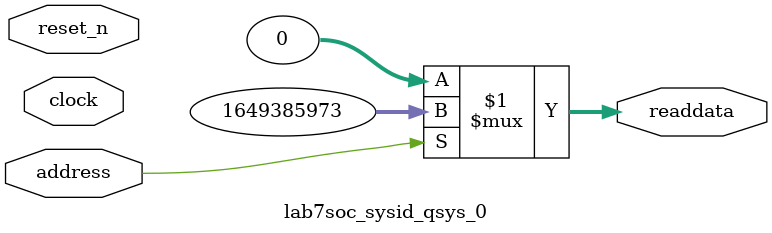
<source format=v>



// synthesis translate_off
`timescale 1ns / 1ps
// synthesis translate_on

// turn off superfluous verilog processor warnings 
// altera message_level Level1 
// altera message_off 10034 10035 10036 10037 10230 10240 10030 

module lab7soc_sysid_qsys_0 (
               // inputs:
                address,
                clock,
                reset_n,

               // outputs:
                readdata
             )
;

  output  [ 31: 0] readdata;
  input            address;
  input            clock;
  input            reset_n;

  wire    [ 31: 0] readdata;
  //control_slave, which is an e_avalon_slave
  assign readdata = address ? 1649385973 : 0;

endmodule



</source>
